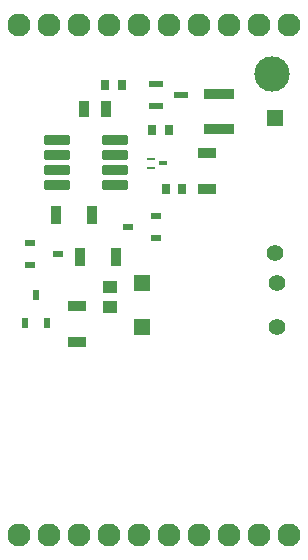
<source format=gbr>
%TF.GenerationSoftware,KiCad,Pcbnew,8.0.8*%
%TF.CreationDate,2025-02-16T23:43:51-05:00*%
%TF.ProjectId,Precharge Module V2.1,50726563-6861-4726-9765-204d6f64756c,rev?*%
%TF.SameCoordinates,Original*%
%TF.FileFunction,Soldermask,Top*%
%TF.FilePolarity,Negative*%
%FSLAX46Y46*%
G04 Gerber Fmt 4.6, Leading zero omitted, Abs format (unit mm)*
G04 Created by KiCad (PCBNEW 8.0.8) date 2025-02-16 23:43:51*
%MOMM*%
%LPD*%
G01*
G04 APERTURE LIST*
G04 Aperture macros list*
%AMRoundRect*
0 Rectangle with rounded corners*
0 $1 Rounding radius*
0 $2 $3 $4 $5 $6 $7 $8 $9 X,Y pos of 4 corners*
0 Add a 4 corners polygon primitive as box body*
4,1,4,$2,$3,$4,$5,$6,$7,$8,$9,$2,$3,0*
0 Add four circle primitives for the rounded corners*
1,1,$1+$1,$2,$3*
1,1,$1+$1,$4,$5*
1,1,$1+$1,$6,$7*
1,1,$1+$1,$8,$9*
0 Add four rect primitives between the rounded corners*
20,1,$1+$1,$2,$3,$4,$5,0*
20,1,$1+$1,$4,$5,$6,$7,0*
20,1,$1+$1,$6,$7,$8,$9,0*
20,1,$1+$1,$8,$9,$2,$3,0*%
G04 Aperture macros list end*
%ADD10R,1.600200X0.863600*%
%ADD11R,0.660400X0.279400*%
%ADD12R,0.660400X0.381000*%
%ADD13R,1.397000X1.397000*%
%ADD14C,1.397000*%
%ADD15R,0.558800X0.863600*%
%ADD16C,3.000000*%
%ADD17R,1.219200X0.558800*%
%ADD18R,0.711200X0.939800*%
%ADD19R,2.500000X0.955600*%
%ADD20R,0.863600X0.558800*%
%ADD21R,1.193800X1.016000*%
%ADD22R,0.855600X1.600000*%
%ADD23C,1.954000*%
%ADD24RoundRect,0.100500X-0.986500X-0.301500X0.986500X-0.301500X0.986500X0.301500X-0.986500X0.301500X0*%
%ADD25R,0.812800X1.346200*%
G04 APERTURE END LIST*
D10*
%TO.C,D3*%
X55750000Y-49202000D03*
X55750000Y-52250000D03*
%TD*%
D11*
%TO.C,Q4*%
X62000000Y-36699900D03*
X62000000Y-37500000D03*
D12*
X62990600Y-37099950D03*
%TD*%
D13*
%TO.C,R6*%
X61250000Y-51000000D03*
D14*
X72680000Y-51000000D03*
%TD*%
D15*
%TO.C,Q2*%
X51297500Y-50637600D03*
X53202500Y-50637600D03*
X52250000Y-48250000D03*
%TD*%
D16*
%TO.C,PC COIL -*%
X72250000Y-29500000D03*
%TD*%
D17*
%TO.C,Q1*%
X62433200Y-30369000D03*
X62433200Y-32274000D03*
X64566800Y-31321500D03*
%TD*%
D18*
%TO.C,R3*%
X64647000Y-39250000D03*
X63250000Y-39250000D03*
%TD*%
D19*
%TO.C,C3*%
X67750000Y-34227801D03*
X67750000Y-31272199D03*
%TD*%
D20*
%TO.C,Q5*%
X62387600Y-43452500D03*
X62387600Y-41547500D03*
X60000000Y-42500000D03*
%TD*%
D10*
%TO.C,D2*%
X66750000Y-39274000D03*
X66750000Y-36226000D03*
%TD*%
D21*
%TO.C,R9*%
X58500000Y-47548200D03*
X58500000Y-49250000D03*
%TD*%
D13*
%TO.C,R8*%
X61250000Y-47250000D03*
D14*
X72680000Y-47250000D03*
%TD*%
D22*
%TO.C,C1*%
X53972199Y-41500000D03*
X57027801Y-41500000D03*
%TD*%
%TO.C,C2*%
X59027801Y-45000000D03*
X55972199Y-45000000D03*
%TD*%
D18*
%TO.C,R5*%
X58103000Y-30500000D03*
X59500000Y-30500000D03*
%TD*%
D13*
%TO.C,R7*%
X72500000Y-33285000D03*
D14*
X72500000Y-44715000D03*
%TD*%
D18*
%TO.C,R4*%
X62103000Y-34250000D03*
X63500000Y-34250000D03*
%TD*%
D23*
%TO.C,J2*%
X50800000Y-68580000D03*
X53340000Y-68580000D03*
X55880000Y-68580000D03*
X58420000Y-68580000D03*
X60960000Y-68580000D03*
X63500000Y-68580000D03*
X66040000Y-68580000D03*
X68580000Y-68580000D03*
X71120000Y-68580000D03*
X73660000Y-68580000D03*
%TD*%
D24*
%TO.C,U1*%
X54030000Y-35095000D03*
X54030000Y-36365000D03*
X54030000Y-37635000D03*
X54030000Y-38905000D03*
X58970000Y-38905000D03*
X58970000Y-37635000D03*
X58970000Y-36365000D03*
X58970000Y-35095000D03*
%TD*%
D25*
%TO.C,R1*%
X56348300Y-32500000D03*
X58151700Y-32500000D03*
%TD*%
D23*
%TO.C,J1*%
X50800000Y-25400000D03*
X53340000Y-25400000D03*
X55880000Y-25400000D03*
X58420000Y-25400000D03*
X60960000Y-25400000D03*
X63500000Y-25400000D03*
X66040000Y-25400000D03*
X68580000Y-25400000D03*
X71120000Y-25400000D03*
X73660000Y-25400000D03*
%TD*%
D20*
%TO.C,Q3*%
X51750000Y-43845000D03*
X51750000Y-45750000D03*
X54137600Y-44797500D03*
%TD*%
M02*

</source>
